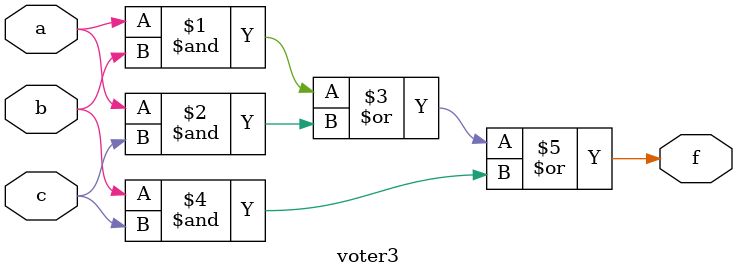
<source format=v>
`timescale 1ns / 1ps
module voter3(a, b, c, f
    );
	 input a, b, c;
	 output f;
	 assign f = (a&b)|(a&c)|(b&c);
	 
endmodule

</source>
